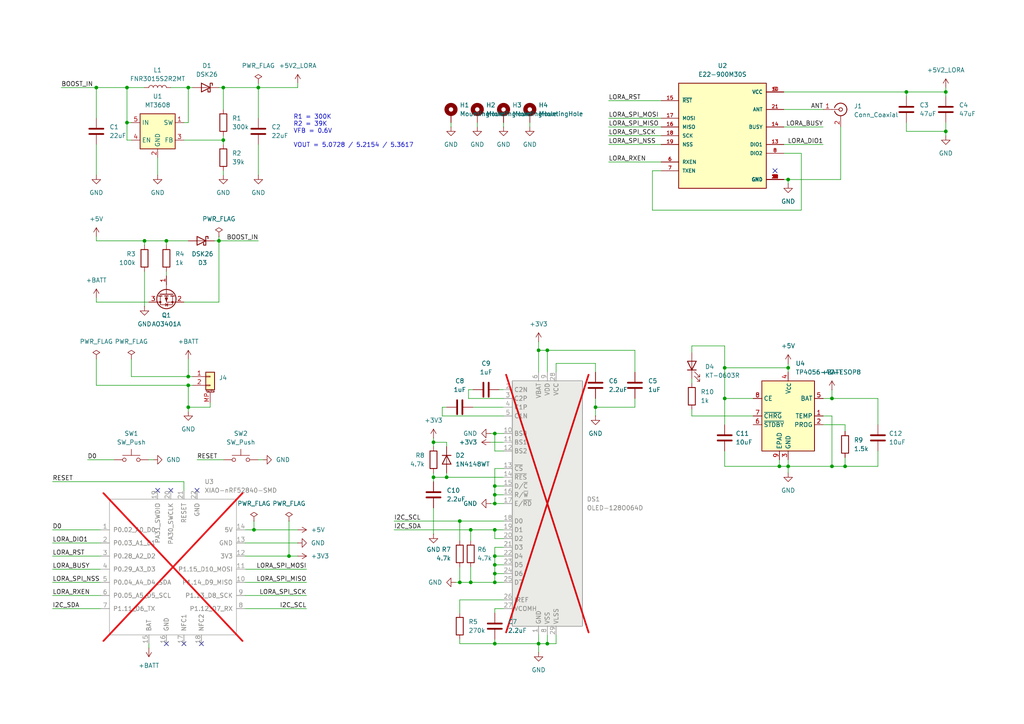
<source format=kicad_sch>
(kicad_sch (version 20250114) (generator "eeschema") (generator_version "9.0")
  (paper "A4")
  (lib_symbols
    (symbol "Battery_Management:TP4056-42-ESOP8"
      (property "Reference" "U" (at -6.604 11.684 0))
      (property "Value" "TP4056-42-ESOP8" (at 10.16 11.684 0))
      (symbol "TP4056-42-ESOP8_1_0"
        (pin input line (at -10.16 5.08 0) (length 2.54) (name "CE") (number "8"))
        (pin open_collector line (at -10.16 0 0) (length 2.54) (name "~{CHRG}") (number "7"))
        (pin open_collector line (at -10.16 -2.54 0) (length 2.54) (name "~{STDBY}") (number "6"))
        (pin passive line (at -2.54 -12.7 90) (length 2.54) (name "EPAD") (number "9"))
        (pin power_in line (at 0 12.7 270) (length 2.54) (name "V_{CC}") (number "4"))
        (pin power_in line (at 0 -12.7 90) (length 2.54) (name "GND") (number "3"))
        (pin power_out line (at 10.16 5.08 180) (length 2.54) (name "BAT") (number "5"))
        (pin input line (at 10.16 0 180) (length 2.54) (name "TEMP") (number "1"))
        (pin passive line (at 10.16 -2.54 180) (length 2.54) (name "PROG") (number "2"))
      )
    )
    (symbol "Connector:Conn_Coaxial" (pin_names (offset 1.016) (hide yes))
      (property "Reference" "J" (at 0.254 3.048 0))
      (property "Value" "Conn_Coaxial" (at 2.921 0 90))
      (symbol "Conn_Coaxial_1_1"
        (pin passive line (at -5.08 0 0) (length 2.54) (name "In") (number "1"))
        (pin passive line (at 0 -5.08 90) (length 2.54) (name "Ext") (number "2"))
      )
    )
    (symbol "Connector_Generic_MountingPin:Conn_01x02_MountingPin" (pin_names (offset 1.016) (hide yes))
      (property "Reference" "J" (at 0 2.54 0))
      (property "Value" "Conn_01x02_MountingPin" (at 1.27 -5.08 0))
      (symbol "Conn_01x02_MountingPin_1_1"
        (text "Mounting" (at 0 -4.191 0) (effects (font (size 0.381 0.381))))
        (pin passive line (at -5.08 0 0) (length 3.81) (name "Pin_1") (number "1"))
        (pin passive line (at -5.08 -2.54 0) (length 3.81) (name "Pin_2") (number "2"))
        (pin passive line (at 0 -7.62 90) (length 3.048) (name "MountPin") (number "MP"))
      )
    )
    (symbol "Device:C" (pin_numbers (hide yes)) (pin_names (offset 0.254))
      (property "Reference" "C" (at 0.635 2.54 0))
      (property "Value" "C" (at 0.635 -2.54 0))
      (symbol "C_1_1"
        (pin passive line (at 0 3.81 270) (length 2.794) (name "~") (number "1"))
        (pin passive line (at 0 -3.81 90) (length 2.794) (name "~") (number "2"))
      )
    )
    (symbol "Device:D" (pin_numbers (hide yes)) (pin_names (offset 1.016) (hide yes))
      (property "Reference" "D" (at 0 2.54 0))
      (property "Value" "D" (at 0 -2.54 0))
      (symbol "D_1_1"
        (pin passive line (at -3.81 0 0) (length 2.54) (name "K") (number "1"))
        (pin passive line (at 3.81 0 180) (length 2.54) (name "A") (number "2"))
      )
    )
    (symbol "Device:D_Schottky" (pin_numbers (hide yes)) (pin_names (offset 1.016) (hide yes))
      (property "Reference" "D" (at 0 2.54 0))
      (property "Value" "D_Schottky" (at 0 -2.54 0))
      (symbol "D_Schottky_1_1"
        (pin passive line (at -3.81 0 0) (length 2.54) (name "K") (number "1"))
        (pin passive line (at 3.81 0 180) (length 2.54) (name "A") (number "2"))
      )
    )
    (symbol "Device:L" (pin_numbers (hide yes)) (pin_names (offset 1.016) (hide yes))
      (property "Reference" "L" (at -1.27 0 90))
      (property "Value" "L" (at 1.905 0 90))
      (symbol "L_1_1"
        (pin passive line (at 0 3.81 270) (length 1.27) (name "1") (number "1"))
        (pin passive line (at 0 -3.81 90) (length 1.27) (name "2") (number "2"))
      )
    )
    (symbol "Device:LED" (pin_numbers (hide yes)) (pin_names (offset 1.016) (hide yes))
      (property "Reference" "D" (at 0 2.54 0))
      (property "Value" "LED" (at 0 -2.54 0))
      (symbol "LED_1_1"
        (pin passive line (at -3.81 0 0) (length 2.54) (name "K") (number "1"))
        (pin passive line (at 3.81 0 180) (length 2.54) (name "A") (number "2"))
      )
    )
    (symbol "Device:R" (pin_numbers (hide yes)) (pin_names (offset 0))
      (property "Reference" "R" (at 2.032 0 90))
      (property "Value" "R" (at 0 0 90))
      (symbol "R_1_1"
        (pin passive line (at 0 3.81 270) (length 1.27) (name "~") (number "1"))
        (pin passive line (at 0 -3.81 90) (length 1.27) (name "~") (number "2"))
      )
    )
    (symbol "Display_Graphic:OLED-128O064D"
      (property "Reference" "DS" (at -10.16 38.1 0))
      (property "Value" "OLED-128O064D" (at 12.7 38.1 0))
      (symbol "OLED-128O064D_1_1"
        (pin passive line (at -12.7 33.02 0) (length 2.54) (name "C2N") (number "2"))
        (pin passive line (at -12.7 30.48 0) (length 2.54) (name "C2P") (number "3"))
        (pin passive line (at -12.7 27.94 0) (length 2.54) (name "C1P") (number "4"))
        (pin passive line (at -12.7 25.4 0) (length 2.54) (name "C1N") (number "5"))
        (pin input line (at -12.7 20.32 0) (length 2.54) (name "BS0") (number "10"))
        (pin input line (at -12.7 17.78 0) (length 2.54) (name "BS1") (number "11"))
        (pin input line (at -12.7 15.24 0) (length 2.54) (name "BS2") (number "12"))
        (pin input line (at -12.7 10.16 0) (length 2.54) (name "~{CS}") (number "13"))
        (pin input line (at -12.7 7.62 0) (length 2.54) (name "~{RES}") (number "14"))
        (pin input line (at -12.7 5.08 0) (length 2.54) (name "D/~{C}") (number "15"))
        (pin input line (at -12.7 2.54 0) (length 2.54) (name "R/~{W}") (number "16"))
        (pin input line (at -12.7 0 0) (length 2.54) (name "E/~{RD}") (number "17"))
        (pin bidirectional line (at -12.7 -5.08 0) (length 2.54) (name "D0") (number "18"))
        (pin bidirectional line (at -12.7 -7.62 0) (length 2.54) (name "D1") (number "19"))
        (pin bidirectional line (at -12.7 -10.16 0) (length 2.54) (name "D2") (number "20"))
        (pin bidirectional line (at -12.7 -12.7 0) (length 2.54) (name "D3") (number "21"))
        (pin bidirectional line (at -12.7 -15.24 0) (length 2.54) (name "D4") (number "22"))
        (pin bidirectional line (at -12.7 -17.78 0) (length 2.54) (name "D5") (number "23"))
        (pin bidirectional line (at -12.7 -20.32 0) (length 2.54) (name "D6") (number "24"))
        (pin bidirectional line (at -12.7 -22.86 0) (length 2.54) (name "D7") (number "25"))
        (pin passive line (at -12.7 -27.94 0) (length 2.54) (name "IREF") (number "26"))
        (pin passive line (at -12.7 -30.48 0) (length 2.54) (name "VCOMH") (number "27"))
        (pin power_in line (at -2.54 38.1 270) (length 2.54) (name "VBAT") (number "6"))
        (pin power_in line (at -2.54 -38.1 90) (length 2.54) (name "GND") (number "1"))
        (pin passive line (at -2.54 -38.1 90) (length 2.54) (hide yes) (name "GND") (number "30"))
        (pin power_in line (at 0 38.1 270) (length 2.54) (name "VDD") (number "9"))
        (pin power_in line (at 0 -38.1 90) (length 2.54) (name "VSS") (number "8"))
        (pin power_in line (at 2.54 38.1 270) (length 2.54) (name "VCC") (number "28"))
        (pin power_in line (at 2.54 -38.1 90) (length 2.54) (name "VLSS") (number "29"))
        (pin no_connect line (at 10.16 0 180) (length 2.54) (hide yes) (name "NC") (number "7"))
      )
    )
    (symbol "E22-900M30S:E22-900M30S" (pin_names (offset 1.016))
      (property "Reference" "U" (at -12.7 16.002 0))
      (property "Value" "E22-900M30S" (at -12.7 -17.78 0))
      (symbol "E22-900M30S_0_0"
        (pin input line (at -17.78 10.16 0) (length 5.08) (name "~{RST}") (number "15"))
        (pin input line (at -17.78 5.08 0) (length 5.08) (name "MOSI") (number "17"))
        (pin output line (at -17.78 2.54 0) (length 5.08) (name "MISO") (number "16"))
        (pin input line (at -17.78 0 0) (length 5.08) (name "SCK") (number "18"))
        (pin input line (at -17.78 -2.54 0) (length 5.08) (name "NSS") (number "19"))
        (pin input line (at -17.78 -7.62 0) (length 5.08) (name "RXEN") (number "6"))
        (pin input line (at -17.78 -10.16 0) (length 5.08) (name "TXEN") (number "7"))
        (pin power_in line (at 17.78 12.7 180) (length 5.08) (name "VCC") (number "10"))
        (pin power_in line (at 17.78 12.7 180) (length 5.08) (name "VCC") (number "9"))
        (pin output line (at 17.78 7.62 180) (length 5.08) (name "ANT") (number "21"))
        (pin output line (at 17.78 2.54 180) (length 5.08) (name "BUSY") (number "14"))
        (pin bidirectional line (at 17.78 -2.54 180) (length 5.08) (name "DIO1") (number "13"))
        (pin bidirectional line (at 17.78 -5.08 180) (length 5.08) (name "DIO2") (number "8"))
        (pin power_in line (at 17.78 -12.7 180) (length 5.08) (name "GND") (number "1"))
        (pin power_in line (at 17.78 -12.7 180) (length 5.08) (name "GND") (number "11"))
        (pin power_in line (at 17.78 -12.7 180) (length 5.08) (name "GND") (number "12"))
        (pin power_in line (at 17.78 -12.7 180) (length 5.08) (name "GND") (number "2"))
        (pin power_in line (at 17.78 -12.7 180) (length 5.08) (name "GND") (number "20"))
        (pin power_in line (at 17.78 -12.7 180) (length 5.08) (name "GND") (number "22"))
        (pin power_in line (at 17.78 -12.7 180) (length 5.08) (name "GND") (number "3"))
        (pin power_in line (at 17.78 -12.7 180) (length 5.08) (name "GND") (number "4"))
        (pin power_in line (at 17.78 -12.7 180) (length 5.08) (name "GND") (number "5"))
      )
    )
    (symbol "Mechanical:MountingHole_Pad" (pin_numbers (hide yes)) (pin_names (offset 1.016) (hide yes)) (exclude_from_sim yes) (in_bom no)
      (property "Reference" "H" (at 0 6.35 0))
      (property "Value" "MountingHole_Pad" (at 0 4.445 0))
      (symbol "MountingHole_Pad_1_1"
        (pin input line (at 0 -2.54 90) (length 2.54) (name "1") (number "1"))
      )
    )
    (symbol "Regulator_Switching:MT3608"
      (property "Reference" "U" (at -2.54 8.89 0))
      (property "Value" "MT3608" (at -3.81 6.35 0))
      (symbol "MT3608_1_1"
        (pin power_in line (at -7.62 2.54 0) (length 2.54) (name "IN") (number "5"))
        (pin input line (at -7.62 -2.54 0) (length 2.54) (name "EN") (number "4"))
        (pin power_in line (at 0 -7.62 90) (length 2.54) (name "GND") (number "2"))
        (pin no_connect line (at 5.08 0 180) (length 2.54) (hide yes) (name "NC") (number "6"))
        (pin passive line (at 7.62 2.54 180) (length 2.54) (name "SW") (number "1"))
        (pin input line (at 7.62 -2.54 180) (length 2.54) (name "FB") (number "3"))
      )
    )
    (symbol "Seeed_Studio_XIAO_Series:XIAO-nRF52840-SMD" (pin_names (offset 1.016))
      (property "Reference" "U" (at -18.542 23.114 0))
      (property "Value" "XIAO-nRF52840-SMD" (at -8.636 21.336 0))
      (symbol "XIAO-nRF52840-SMD_1_1"
        (pin passive line (at -21.59 11.43 0) (length 2.54) (name "P0.02_A0_D0") (number "1"))
        (pin passive line (at -21.59 7.62 0) (length 2.54) (name "P0.03_A1_D1") (number "2"))
        (pin passive line (at -21.59 3.81 0) (length 2.54) (name "P0.28_A2_D2") (number "3"))
        (pin passive line (at -21.59 0 0) (length 2.54) (name "P0.29_A3_D3") (number "4"))
        (pin passive line (at -21.59 -3.81 0) (length 2.54) (name "P0.04_A4_D4_SDA") (number "5"))
        (pin passive line (at -21.59 -7.62 0) (length 2.54) (name "P0.05_A5_D5_SCL") (number "6"))
        (pin passive line (at -21.59 -11.43 0) (length 2.54) (name "P1.11_D6_TX") (number "7"))
        (pin passive line (at -7.62 -21.59 90) (length 2.54) (name "BAT") (number "15"))
        (pin passive line (at -5.08 22.86 270) (length 2.54) (name "PA31_SWDIO") (number "19"))
        (pin passive line (at -2.54 -21.59 90) (length 2.54) (name "GND") (number "16"))
        (pin passive line (at -1.27 22.86 270) (length 2.54) (name "PA30_SWCLK") (number "20"))
        (pin passive line (at 2.54 22.86 270) (length 2.54) (name "RESET") (number "21"))
        (pin passive line (at 2.54 -21.59 90) (length 2.54) (name "NFC1") (number "17"))
        (pin passive line (at 6.35 22.86 270) (length 2.54) (name "GND") (number "22"))
        (pin passive line (at 7.62 -21.59 90) (length 2.54) (name "NFC2") (number "18"))
        (pin passive line (at 20.32 11.43 180) (length 2.54) (name "5V") (number "14"))
        (pin passive line (at 20.32 7.62 180) (length 2.54) (name "GND") (number "13"))
        (pin passive line (at 20.32 3.81 180) (length 2.54) (name "3V3") (number "12"))
        (pin passive line (at 20.32 0 180) (length 2.54) (name "P1.15_D10_MOSI") (number "11"))
        (pin passive line (at 20.32 -3.81 180) (length 2.54) (name "P1.14_D9_MISO") (number "10"))
        (pin passive line (at 20.32 -7.62 180) (length 2.54) (name "P1.13_D8_SCK") (number "9"))
        (pin passive line (at 20.32 -11.43 180) (length 2.54) (name "P1.12_D7_RX") (number "8"))
      )
    )
    (symbol "Switch:SW_Push" (pin_numbers (hide yes)) (pin_names (offset 1.016) (hide yes))
      (property "Reference" "SW" (at 1.27 2.54 0))
      (property "Value" "SW_Push" (at 0 -1.524 0))
      (symbol "SW_Push_0_1"
        (pin passive line (at -5.08 0 0) (length 2.54) (name "1") (number "1"))
        (pin passive line (at 5.08 0 180) (length 2.54) (name "2") (number "2"))
      )
    )
    (symbol "Transistor_FET:AO3401A" (pin_names (hide yes))
      (property "Reference" "Q" (at 5.08 1.905 0))
      (property "Value" "AO3401A" (at 5.08 0 0))
      (symbol "AO3401A_1_1"
        (pin input line (at -5.08 0 0) (length 2.54) (name "G") (number "1"))
        (pin passive line (at 2.54 5.08 270) (length 2.54) (name "D") (number "3"))
        (pin passive line (at 2.54 -5.08 90) (length 2.54) (name "S") (number "2"))
      )
    )
    (symbol "power:+3V3" (power) (pin_numbers (hide yes)) (pin_names (offset 0) (hide yes))
      (property "Value" "+3V3" (at 0 3.556 0))
      (symbol "+3V3_1_1"
        (pin power_in line (at 0 0 90) (length 0) (name "~") (number "1"))
      )
    )
    (symbol "power:+5V" (power) (pin_numbers (hide yes)) (pin_names (offset 0) (hide yes))
      (property "Value" "+5V" (at 0 3.556 0))
      (symbol "+5V_1_1"
        (pin power_in line (at 0 0 90) (length 0) (name "~") (number "1"))
      )
    )
    (symbol "power:+BATT" (power) (pin_numbers (hide yes)) (pin_names (offset 0) (hide yes))
      (property "Value" "+BATT" (at 0 3.556 0))
      (symbol "+BATT_1_1"
        (pin power_in line (at 0 0 90) (length 0) (name "~") (number "1"))
      )
    )
    (symbol "power:GND" (power) (pin_numbers (hide yes)) (pin_names (offset 0) (hide yes))
      (property "Value" "GND" (at 0 -3.81 0))
      (symbol "GND_1_1"
        (pin power_in line (at 0 0 270) (length 0) (name "~") (number "1"))
      )
    )
    (symbol "power:PWR_FLAG" (power) (pin_numbers (hide yes)) (pin_names (offset 0) (hide yes))
      (property "Value" "PWR_FLAG" (at 0 3.81 0))
      (symbol "PWR_FLAG_0_0"
        (pin power_out line (at 0 0 90) (length 0) (name "~") (number "1"))
      )
    )
  )
  (text "R1 = 300K\nR2 = 39K\nVFB = 0.6V\n\nVOUT = 5.0728 / 5.2154 / 5.3617" (at 85.09 38.1 0) (effects (font (size 1.27 1.27)) (justify left)))
  (junction (at 83.82 161.29))
  (junction (at 226.06 135.255))
  (junction (at 133.35 151.13))
  (junction (at 228.6 106.68))
  (junction (at 125.73 138.43))
  (junction (at 158.75 186.69))
  (junction (at 172.72 118.11))
  (junction (at 54.61 109.22))
  (junction (at 36.83 35.56))
  (junction (at 245.11 135.255))
  (junction (at 143.51 153.67))
  (junction (at 54.61 118.11))
  (junction (at 158.75 101.6))
  (junction (at 143.51 186.69))
  (junction (at 54.61 111.76))
  (junction (at 274.32 26.67))
  (junction (at 143.51 140.97))
  (junction (at 156.21 186.69))
  (junction (at 136.525 168.91))
  (junction (at 36.83 25.4))
  (junction (at 156.21 101.6))
  (junction (at 143.51 146.05))
  (junction (at 228.6 52.07))
  (junction (at 48.26 69.85))
  (junction (at 64.77 25.4))
  (junction (at 241.3 115.57))
  (junction (at 241.3 135.255))
  (junction (at 133.35 168.91))
  (junction (at 210.185 106.68))
  (junction (at 262.89 26.67))
  (junction (at 73.66 153.67))
  (junction (at 54.61 25.4))
  (junction (at 143.51 166.37))
  (junction (at 210.185 115.57))
  (junction (at 143.51 161.29))
  (junction (at 143.51 143.51))
  (junction (at 41.91 69.85))
  (junction (at 228.6 135.255))
  (junction (at 143.51 168.91))
  (junction (at 125.73 128.27))
  (junction (at 74.93 25.4))
  (junction (at 64.77 40.64))
  (junction (at 129.54 138.43))
  (junction (at 143.51 125.73))
  (junction (at 27.94 25.4))
  (junction (at 143.51 163.83))
  (junction (at 63.5 69.85))
  (junction (at 136.525 153.67))
  (junction (at 274.32 38.1))
  (no_connect (at 45.72 142.24))
  (no_connect (at 57.15 142.24))
  (no_connect (at 224.79 49.53))
  (no_connect (at 53.34 186.69))
  (no_connect (at 49.53 142.24))
  (no_connect (at 58.42 186.69))
  (no_connect (at 48.26 186.69))
  (wire (pts (xy 125.73 147.32) (xy 125.73 154.94)))
  (wire (pts (xy 189.23 60.96) (xy 189.23 49.53)))
  (wire (pts (xy 36.83 35.56) (xy 36.83 40.64)))
  (wire (pts (xy 15.24 157.48) (xy 29.21 157.48)))
  (wire (pts (xy 143.51 153.67) (xy 146.05 153.67)))
  (wire (pts (xy 254.635 135.255) (xy 245.11 135.255)))
  (wire (pts (xy 210.185 130.81) (xy 210.185 135.255)))
  (wire (pts (xy 71.12 168.91) (xy 88.9 168.91)))
  (wire (pts (xy 133.35 186.69) (xy 143.51 186.69)))
  (wire (pts (xy 146.05 115.57) (xy 135.89 115.57)))
  (wire (pts (xy 210.185 135.255) (xy 226.06 135.255)))
  (wire (pts (xy 158.75 101.6) (xy 158.75 107.95)))
  (wire (pts (xy 232.41 60.96) (xy 189.23 60.96)))
  (wire (pts (xy 143.51 166.37) (xy 143.51 168.91)))
  (wire (pts (xy 172.72 115.57) (xy 172.72 118.11)))
  (wire (pts (xy 64.77 25.4) (xy 64.77 31.75)))
  (wire (pts (xy 55.88 111.76) (xy 54.61 111.76)))
  (wire (pts (xy 136.525 168.91) (xy 143.51 168.91)))
  (wire (pts (xy 129.54 138.43) (xy 146.05 138.43)))
  (wire (pts (xy 129.54 118.11) (xy 128.27 118.11)))
  (wire (pts (xy 83.82 151.13) (xy 83.82 161.29)))
  (wire (pts (xy 63.5 87.63) (xy 63.5 69.85)))
  (wire (pts (xy 25.4 133.35) (xy 33.02 133.35)))
  (wire (pts (xy 176.53 41.91) (xy 191.77 41.91)))
  (wire (pts (xy 189.23 49.53) (xy 191.77 49.53)))
  (wire (pts (xy 27.94 25.4) (xy 27.94 34.29)))
  (wire (pts (xy 74.93 25.4) (xy 86.36 25.4)))
  (wire (pts (xy 71.12 161.29) (xy 83.82 161.29)))
  (wire (pts (xy 176.53 29.21) (xy 191.77 29.21)))
  (wire (pts (xy 243.84 52.07) (xy 228.6 52.07)))
  (wire (pts (xy 228.6 135.255) (xy 228.6 137.16)))
  (wire (pts (xy 210.185 115.57) (xy 218.44 115.57)))
  (wire (pts (xy 161.29 105.41) (xy 161.29 107.95)))
  (wire (pts (xy 41.91 69.85) (xy 27.94 69.85)))
  (wire (pts (xy 262.89 38.1) (xy 274.32 38.1)))
  (wire (pts (xy 49.53 25.4) (xy 54.61 25.4)))
  (wire (pts (xy 63.5 25.4) (xy 64.77 25.4)))
  (wire (pts (xy 15.24 139.7) (xy 53.34 139.7)))
  (wire (pts (xy 125.73 128.27) (xy 129.54 128.27)))
  (wire (pts (xy 143.51 176.53) (xy 143.51 177.8)))
  (wire (pts (xy 146.05 168.91) (xy 143.51 168.91)))
  (wire (pts (xy 227.33 26.67) (xy 262.89 26.67)))
  (wire (pts (xy 142.24 146.05) (xy 143.51 146.05)))
  (wire (pts (xy 27.94 25.4) (xy 36.83 25.4)))
  (wire (pts (xy 54.61 111.76) (xy 54.61 118.11)))
  (wire (pts (xy 142.24 125.73) (xy 143.51 125.73)))
  (wire (pts (xy 74.93 24.13) (xy 74.93 25.4)))
  (wire (pts (xy 146.05 173.99) (xy 133.35 173.99)))
  (wire (pts (xy 54.61 25.4) (xy 54.61 35.56)))
  (wire (pts (xy 241.3 135.255) (xy 228.6 135.255)))
  (wire (pts (xy 172.72 105.41) (xy 172.72 107.95)))
  (wire (pts (xy 156.21 186.69) (xy 156.21 189.23)))
  (wire (pts (xy 274.32 27.94) (xy 274.32 26.67)))
  (wire (pts (xy 86.36 24.13) (xy 86.36 25.4)))
  (wire (pts (xy 71.12 157.48) (xy 86.36 157.48)))
  (wire (pts (xy 114.3 153.67) (xy 136.525 153.67)))
  (wire (pts (xy 54.61 109.22) (xy 55.88 109.22)))
  (wire (pts (xy 228.6 52.07) (xy 228.6 53.34)))
  (wire (pts (xy 41.91 78.74) (xy 41.91 88.9)))
  (wire (pts (xy 228.6 105.41) (xy 228.6 106.68)))
  (wire (pts (xy 64.77 49.53) (xy 64.77 50.8)))
  (wire (pts (xy 143.51 153.67) (xy 143.51 156.21)))
  (wire (pts (xy 146.05 143.51) (xy 143.51 143.51)))
  (wire (pts (xy 74.93 41.91) (xy 74.93 50.8)))
  (wire (pts (xy 241.3 120.65) (xy 241.3 135.255)))
  (wire (pts (xy 227.33 44.45) (xy 232.41 44.45)))
  (wire (pts (xy 64.77 40.64) (xy 64.77 41.91)))
  (wire (pts (xy 184.15 115.57) (xy 184.15 118.11)))
  (wire (pts (xy 143.51 185.42) (xy 143.51 186.69)))
  (wire (pts (xy 143.51 146.05) (xy 143.51 143.51)))
  (wire (pts (xy 228.6 106.68) (xy 228.6 107.95)))
  (wire (pts (xy 172.72 118.11) (xy 172.72 120.65)))
  (wire (pts (xy 245.11 135.255) (xy 241.3 135.255)))
  (wire (pts (xy 156.21 184.15) (xy 156.21 186.69)))
  (wire (pts (xy 53.34 87.63) (xy 63.5 87.63)))
  (wire (pts (xy 71.12 165.1) (xy 88.9 165.1)))
  (wire (pts (xy 71.12 172.72) (xy 88.9 172.72)))
  (wire (pts (xy 38.1 104.14) (xy 38.1 109.22)))
  (wire (pts (xy 125.73 138.43) (xy 129.54 138.43)))
  (wire (pts (xy 176.53 46.99) (xy 191.77 46.99)))
  (wire (pts (xy 156.21 101.6) (xy 158.75 101.6)))
  (wire (pts (xy 143.51 125.73) (xy 146.05 125.73)))
  (wire (pts (xy 153.67 36.83) (xy 153.67 35.56)))
  (wire (pts (xy 54.61 118.11) (xy 60.96 118.11)))
  (wire (pts (xy 227.33 31.75) (xy 238.76 31.75)))
  (wire (pts (xy 144.78 113.03) (xy 146.05 113.03)))
  (wire (pts (xy 245.11 123.19) (xy 238.76 123.19)))
  (wire (pts (xy 226.06 135.255) (xy 228.6 135.255)))
  (wire (pts (xy 158.75 186.69) (xy 156.21 186.69)))
  (wire (pts (xy 36.83 35.56) (xy 38.1 35.56)))
  (wire (pts (xy 143.51 125.73) (xy 143.51 130.81)))
  (wire (pts (xy 241.3 113.03) (xy 241.3 115.57)))
  (wire (pts (xy 146.05 135.89) (xy 143.51 135.89)))
  (wire (pts (xy 238.76 115.57) (xy 241.3 115.57)))
  (wire (pts (xy 274.32 38.1) (xy 274.32 39.37)))
  (wire (pts (xy 176.53 39.37) (xy 191.77 39.37)))
  (wire (pts (xy 161.29 186.69) (xy 158.75 186.69)))
  (wire (pts (xy 143.51 163.83) (xy 143.51 161.29)))
  (wire (pts (xy 156.21 101.6) (xy 156.21 107.95)))
  (wire (pts (xy 200.66 100.33) (xy 210.185 100.33)))
  (wire (pts (xy 36.83 40.64) (xy 38.1 40.64)))
  (wire (pts (xy 143.51 156.21) (xy 146.05 156.21)))
  (wire (pts (xy 243.84 36.83) (xy 243.84 52.07)))
  (wire (pts (xy 274.32 25.4) (xy 274.32 26.67)))
  (wire (pts (xy 146.05 163.83) (xy 143.51 163.83)))
  (wire (pts (xy 15.24 168.91) (xy 29.21 168.91)))
  (wire (pts (xy 128.27 120.65) (xy 146.05 120.65)))
  (wire (pts (xy 146.05 166.37) (xy 143.51 166.37)))
  (wire (pts (xy 125.73 138.43) (xy 125.73 139.7)))
  (wire (pts (xy 161.29 184.15) (xy 161.29 186.69)))
  (wire (pts (xy 64.77 25.4) (xy 74.93 25.4)))
  (wire (pts (xy 63.5 69.85) (xy 74.93 69.85)))
  (wire (pts (xy 158.75 184.15) (xy 158.75 186.69)))
  (wire (pts (xy 135.89 113.03) (xy 137.16 113.03)))
  (wire (pts (xy 200.66 118.745) (xy 200.66 120.65)))
  (wire (pts (xy 138.43 36.83) (xy 138.43 35.56)))
  (wire (pts (xy 137.16 118.11) (xy 146.05 118.11)))
  (wire (pts (xy 200.66 100.33) (xy 200.66 102.235)))
  (wire (pts (xy 125.73 128.27) (xy 125.73 129.54)))
  (wire (pts (xy 128.27 118.11) (xy 128.27 120.65)))
  (wire (pts (xy 176.53 36.83) (xy 191.77 36.83)))
  (wire (pts (xy 48.26 69.85) (xy 48.26 71.12)))
  (wire (pts (xy 132.08 168.91) (xy 133.35 168.91)))
  (wire (pts (xy 143.51 161.29) (xy 146.05 161.29)))
  (wire (pts (xy 53.34 142.24) (xy 53.34 139.7)))
  (wire (pts (xy 133.35 151.13) (xy 133.35 156.845)))
  (wire (pts (xy 146.05 176.53) (xy 143.51 176.53)))
  (wire (pts (xy 71.12 176.53) (xy 88.9 176.53)))
  (wire (pts (xy 55.88 25.4) (xy 54.61 25.4)))
  (wire (pts (xy 146.05 158.75) (xy 143.51 158.75)))
  (wire (pts (xy 227.33 52.07) (xy 228.6 52.07)))
  (wire (pts (xy 73.66 153.67) (xy 86.36 153.67)))
  (wire (pts (xy 136.525 164.465) (xy 136.525 168.91)))
  (wire (pts (xy 184.15 118.11) (xy 172.72 118.11)))
  (wire (pts (xy 262.89 26.67) (xy 274.32 26.67)))
  (wire (pts (xy 45.72 45.72) (xy 45.72 50.8)))
  (wire (pts (xy 227.33 36.83) (xy 238.76 36.83)))
  (wire (pts (xy 146.05 146.05) (xy 143.51 146.05)))
  (wire (pts (xy 74.93 133.35) (xy 76.2 133.35)))
  (wire (pts (xy 161.29 105.41) (xy 172.72 105.41)))
  (wire (pts (xy 36.83 25.4) (xy 41.91 25.4)))
  (wire (pts (xy 15.24 176.53) (xy 29.21 176.53)))
  (wire (pts (xy 73.66 151.13) (xy 73.66 153.67)))
  (wire (pts (xy 254.635 115.57) (xy 241.3 115.57)))
  (wire (pts (xy 156.21 101.6) (xy 156.21 99.06)))
  (wire (pts (xy 57.15 133.35) (xy 64.77 133.35)))
  (wire (pts (xy 43.18 133.35) (xy 44.45 133.35)))
  (wire (pts (xy 133.35 164.465) (xy 133.35 168.91)))
  (wire (pts (xy 125.73 127) (xy 125.73 128.27)))
  (wire (pts (xy 27.94 86.36) (xy 27.94 87.63)))
  (wire (pts (xy 133.35 168.91) (xy 136.525 168.91)))
  (wire (pts (xy 27.94 68.58) (xy 27.94 69.85)))
  (wire (pts (xy 15.24 161.29) (xy 29.21 161.29)))
  (wire (pts (xy 210.185 115.57) (xy 210.185 123.19)))
  (wire (pts (xy 136.525 153.67) (xy 143.51 153.67)))
  (wire (pts (xy 254.635 123.19) (xy 254.635 115.57)))
  (wire (pts (xy 143.51 130.81) (xy 146.05 130.81)))
  (wire (pts (xy 135.89 115.57) (xy 135.89 113.03)))
  (wire (pts (xy 232.41 44.45) (xy 232.41 60.96)))
  (wire (pts (xy 54.61 104.14) (xy 54.61 109.22)))
  (wire (pts (xy 218.44 120.65) (xy 200.66 120.65)))
  (wire (pts (xy 15.24 172.72) (xy 29.21 172.72)))
  (wire (pts (xy 262.89 26.67) (xy 262.89 27.94)))
  (wire (pts (xy 64.77 39.37) (xy 64.77 40.64)))
  (wire (pts (xy 27.94 111.76) (xy 54.61 111.76)))
  (wire (pts (xy 143.51 140.97) (xy 143.51 135.89)))
  (wire (pts (xy 158.75 101.6) (xy 184.15 101.6)))
  (wire (pts (xy 143.51 161.29) (xy 143.51 158.75)))
  (wire (pts (xy 36.83 25.4) (xy 36.83 35.56)))
  (wire (pts (xy 210.185 100.33) (xy 210.185 106.68)))
  (wire (pts (xy 142.24 128.27) (xy 146.05 128.27)))
  (wire (pts (xy 210.185 115.57) (xy 210.185 106.68)))
  (wire (pts (xy 74.93 25.4) (xy 74.93 34.29)))
  (wire (pts (xy 254.635 130.81) (xy 254.635 135.255)))
  (wire (pts (xy 143.51 143.51) (xy 143.51 140.97)))
  (wire (pts (xy 200.66 109.855) (xy 200.66 111.125)))
  (wire (pts (xy 129.54 137.16) (xy 129.54 138.43)))
  (wire (pts (xy 245.11 125.095) (xy 245.11 123.19)))
  (wire (pts (xy 176.53 34.29) (xy 191.77 34.29)))
  (wire (pts (xy 226.06 133.35) (xy 226.06 135.255)))
  (wire (pts (xy 125.73 137.16) (xy 125.73 138.43)))
  (wire (pts (xy 38.1 109.22) (xy 54.61 109.22)))
  (wire (pts (xy 63.5 68.58) (xy 63.5 69.85)))
  (wire (pts (xy 238.76 120.65) (xy 241.3 120.65)))
  (wire (pts (xy 143.51 166.37) (xy 143.51 163.83)))
  (wire (pts (xy 274.32 35.56) (xy 274.32 38.1)))
  (wire (pts (xy 71.12 153.67) (xy 73.66 153.67)))
  (wire (pts (xy 114.3 151.13) (xy 133.35 151.13)))
  (wire (pts (xy 133.35 185.42) (xy 133.35 186.69)))
  (wire (pts (xy 245.11 132.715) (xy 245.11 135.255)))
  (wire (pts (xy 136.525 153.67) (xy 136.525 156.845)))
  (wire (pts (xy 27.94 41.91) (xy 27.94 50.8)))
  (wire (pts (xy 54.61 118.11) (xy 54.61 119.38)))
  (wire (pts (xy 43.18 186.69) (xy 43.18 187.96)))
  (wire (pts (xy 133.35 151.13) (xy 146.05 151.13)))
  (wire (pts (xy 133.35 173.99) (xy 133.35 177.8)))
  (wire (pts (xy 146.05 36.83) (xy 146.05 35.56)))
  (wire (pts (xy 17.78 25.4) (xy 27.94 25.4)))
  (wire (pts (xy 41.91 69.85) (xy 48.26 69.85)))
  (wire (pts (xy 228.6 135.255) (xy 228.6 133.35)))
  (wire (pts (xy 227.33 41.91) (xy 238.76 41.91)))
  (wire (pts (xy 130.81 36.83) (xy 130.81 35.56)))
  (wire (pts (xy 210.185 106.68) (xy 228.6 106.68)))
  (wire (pts (xy 54.61 35.56) (xy 53.34 35.56)))
  (wire (pts (xy 53.34 40.64) (xy 64.77 40.64)))
  (wire (pts (xy 184.15 101.6) (xy 184.15 107.95)))
  (wire (pts (xy 129.54 129.54) (xy 129.54 128.27)))
  (wire (pts (xy 15.24 153.67) (xy 29.21 153.67)))
  (wire (pts (xy 143.51 186.69) (xy 156.21 186.69)))
  (wire (pts (xy 27.94 87.63) (xy 43.18 87.63)))
  (wire (pts (xy 86.36 161.29) (xy 83.82 161.29)))
  (wire (pts (xy 143.51 140.97) (xy 146.05 140.97)))
  (wire (pts (xy 41.91 69.85) (xy 41.91 71.12)))
  (wire (pts (xy 262.89 35.56) (xy 262.89 38.1)))
  (wire (pts (xy 62.23 69.85) (xy 63.5 69.85)))
  (wire (pts (xy 54.61 69.85) (xy 48.26 69.85)))
  (wire (pts (xy 48.26 78.74) (xy 48.26 80.01)))
  (wire (pts (xy 27.94 104.14) (xy 27.94 111.76)))
  (wire (pts (xy 15.24 165.1) (xy 29.21 165.1)))
  (wire (pts (xy 60.96 116.84) (xy 60.96 118.11)))
  (label "LORA_DIO1" (at 15.24 157.48 0))
  (label "LORA_RXEN" (at 176.53 46.99 0))
  (label "I2C_SDA" (at 114.3 153.67 0))
  (label "D0" (at 25.4 133.35 0))
  (label "LORA_SPI_SCK" (at 176.53 39.37 0))
  (label "BOOST_IN" (at 74.93 69.85 180))
  (label "BOOST_IN" (at 17.78 25.4 0))
  (label "I2C_SCL" (at 88.9 176.53 180))
  (label "RESET" (at 57.15 133.35 0))
  (label "RESET" (at 15.24 139.7 0))
  (label "LORA_SPI_MISO" (at 88.9 168.91 180))
  (label "LORA_SPI_NSS" (at 15.24 168.91 0))
  (label "I2C_SCL" (at 114.3 151.13 0))
  (label "LORA_RST" (at 15.24 161.29 0))
  (label "LORA_SPI_MOSI" (at 176.53 34.29 0))
  (label "I2C_SDA" (at 15.24 176.53 0))
  (label "LORA_RST" (at 176.53 29.21 0))
  (label "LORA_RXEN" (at 15.24 172.72 0))
  (label "LORA_SPI_MISO" (at 176.53 36.83 0))
  (label "LORA_SPI_NSS" (at 176.53 41.91 0))
  (label "LORA_BUSY" (at 238.76 36.83 180))
  (label "ANT" (at 238.76 31.75 180))
  (label "D0" (at 15.24 153.67 0))
  (label "LORA_DIO1" (at 238.76 41.91 180))
  (label "LORA_BUSY" (at 15.24 165.1 0))
  (label "LORA_SPI_SCK" (at 88.9 172.72 180))
  (label "LORA_SPI_MOSI" (at 88.9 165.1 180))
  (symbol (lib_id "power:PWR_FLAG") (at 73.66 151.13 0) (unit 1)
    (property "Reference" "#FLG05" (effects (hide yes)))
    (property "Value" "PWR_FLAG" (at 73.66 146.05 0))
    (property "Description" "Special symbol for telling ERC where power comes from" (effects (hide yes)))
  )
  (symbol (lib_id "Device:D_Schottky") (at 58.42 69.85 0) (mirror y) (unit 1)
    (property "Reference" "D3" (at 58.7375 76.2 0))
    (property "Value" "DSK26" (at 58.7375 73.66 0))
    (property "Footprint" "Diode_SMD:D_SOD-123F" (effects (hide yes)))
    (property "Description" "Schottky diode" (effects (hide yes)))
    (property "LCSC" "C8678" (effects (hide yes)))
  )
  (symbol (lib_id "power:GND") (at 142.24 125.73 270) (unit 1)
    (property "Reference" "#PWR030" (effects (hide yes)))
    (property "Value" "GND" (at 138.43 125.7299 90) (effects (justify right)))
    (property "Description" "Power symbol creates a global label with name \"GND\" , ground" (effects (hide yes)))
  )
  (symbol (lib_id "Mechanical:MountingHole_Pad") (at 130.81 33.02 0) (unit 1) (exclude_from_sim yes) (in_bom no)
    (property "Reference" "H1" (at 133.35 30.4799 0) (effects (justify left)))
    (property "Value" "MountingHole" (at 133.35 33.0199 0) (effects (justify left)))
    (property "Footprint" "MountingHole:MountingHole_2.2mm_M2_Pad_Via" (effects (hide yes)))
    (property "Description" "Mounting Hole with connection" (effects (hide yes)))
  )
  (symbol (lib_id "Transistor_FET:AO3401A") (at 48.26 85.09 90) (mirror x) (unit 1)
    (property "Reference" "Q1" (at 48.26 91.44 90))
    (property "Value" "AO3401A" (at 48.26 93.98 90))
    (property "Footprint" "Package_TO_SOT_SMD:SOT-23" (effects (hide yes)))
    (property "Datasheet" "http://www.aosmd.com/pdfs/datasheet/AO3401A.pdf" (effects (hide yes)))
    (property "Description" "-4.0A Id, -30V Vds, P-Channel MOSFET, SOT-23" (effects (hide yes)))
  )
  (symbol (lib_id "Device:R") (at 133.35 181.61 0) (unit 1)
    (property "Reference" "R5" (at 135.89 180.3399 0) (effects (justify left)))
    (property "Value" "270k" (at 135.89 182.8799 0) (effects (justify left)))
    (property "Footprint" "Resistor_SMD:R_0603_1608Metric" (effects (hide yes)))
    (property "Description" "Resistor" (effects (hide yes)))
    (property "LCSC" "C23024" (effects (hide yes)))
  )
  (symbol (lib_id "E22-900M30S:E22-900M30S") (at 209.55 39.37 0) (unit 1)
    (property "Reference" "U2" (at 209.55 19.05 0))
    (property "Value" "E22-900M30S" (at 209.55 21.59 0))
    (property "Footprint" "E22-900M30S:XCVR_E22-900M30S" (effects (hide yes)))
    (property "Datasheet" "https://www.nicerf.com/lora-module/sx1262-lora-module-lora1262f30.html" (effects (hide yes)))
    (property "Description" "SX1262 2W TCXO LoRa Module With ESD Protection" (effects (hide yes)))
    (property "MF" "EBYTE" (effects (hide yes)))
    (property "MAXIMUM_PACKAGE_HEIGHT" "3.97 mm" (effects (hide yes)))
    (property "Package" "Package" (effects (hide yes)))
    (property "Price" "None" (effects (hide yes)))
    (property "Check_prices" "https://www.snapeda.com/parts/E22-900M30S/EBYTE/view-part/?ref=eda" (effects (hide yes)))
    (property "STANDARD" "Manufacturer Recommendations" (effects (hide yes)))
    (property "PARTREV" "1.2" (effects (hide yes)))
    (property "SnapEDA_Link" "https://www.snapeda.com/parts/E22-900M30S/EBYTE/view-part/?ref=snap" (effects (hide yes)))
    (property "MP" "E22-900M30S" (effects (hide yes)))
    (property "Description_1" "SX1262 868/915 MHz 1w SPI LoRa Module" (effects (hide yes)))
    (property "Availability" "Not in stock" (effects (hide yes)))
    (property "MANUFACTURER" "EBYTE" (effects (hide yes)))
    (property "LCSC" "C411294" (effects (hide yes)))
  )
  (symbol (lib_id "power:+5V") (at 27.94 68.58 0) (unit 1)
    (property "Reference" "#PWR025" (effects (hide yes)))
    (property "Value" "+5V" (at 27.94 63.5 0))
    (property "Description" "Power symbol creates a global label with name \"+5V\"" (effects (hide yes)))
  )
  (symbol (lib_id "power:GND") (at 228.6 137.16 0) (unit 1)
    (property "Reference" "#PWR039" (effects (hide yes)))
    (property "Value" "GND" (at 228.6 142.24 0))
    (property "Description" "Power symbol creates a global label with name \"GND\" , ground" (effects (hide yes)))
  )
  (symbol (lib_id "power:GND") (at 274.32 39.37 0) (unit 1)
    (property "Reference" "#PWR08" (effects (hide yes)))
    (property "Value" "GND" (at 274.32 44.45 0))
    (property "Description" "Power symbol creates a global label with name \"GND\" , ground" (effects (hide yes)))
  )
  (symbol (lib_id "Device:C") (at 254.635 127 0) (unit 1)
    (property "Reference" "C12" (at 257.81 125.7299 0) (effects (justify left)))
    (property "Value" "10uF" (at 257.81 128.2699 0) (effects (justify left)))
    (property "Footprint" "Capacitor_SMD:C_0603_1608Metric" (effects (hide yes)))
    (property "Description" "Unpolarized capacitor" (effects (hide yes)))
    (property "LCSC" "C59461" (effects (hide yes)))
  )
  (symbol (lib_id "power:+BATT") (at 27.94 86.36 0) (mirror y) (unit 1)
    (property "Reference" "#PWR022" (effects (hide yes)))
    (property "Value" "+BATT" (at 27.94 81.28 0))
    (property "Description" "Power symbol creates a global label with name \"+BATT\"" (effects (hide yes)))
  )
  (symbol (lib_id "power:GND") (at 41.91 88.9 0) (unit 1)
    (property "Reference" "#PWR05" (effects (hide yes)))
    (property "Value" "GND" (at 41.91 93.98 0))
    (property "Description" "Power symbol creates a global label with name \"GND\" , ground" (effects (hide yes)))
  )
  (symbol (lib_id "power:+BATT") (at 43.18 187.96 0) (mirror x) (unit 1)
    (property "Reference" "#PWR016" (effects (hide yes)))
    (property "Value" "+BATT" (at 43.18 193.04 0))
    (property "Description" "Power symbol creates a global label with name \"+BATT\"" (effects (hide yes)))
  )
  (symbol (lib_id "Device:R") (at 64.77 45.72 0) (unit 1)
    (property "Reference" "R2" (at 67.31 44.4499 0) (effects (justify left)))
    (property "Value" "39k" (at 67.31 46.9899 0) (effects (justify left)))
    (property "Footprint" "Resistor_SMD:R_0603_1608Metric" (effects (hide yes)))
    (property "Description" "Resistor" (effects (hide yes)))
    (property "LCSC" "C23153" (effects (hide yes)))
  )
  (symbol (lib_id "power:GND") (at 153.67 36.83 0) (unit 1)
    (property "Reference" "#PWR027" (effects (hide yes)))
    (property "Value" "GND" (at 153.67 41.91 0))
    (property "Description" "Power symbol creates a global label with name \"GND\" , ground" (effects (hide yes)))
  )
  (symbol (lib_id "power:PWR_FLAG") (at 74.93 24.13 0) (unit 1)
    (property "Reference" "#FLG01" (effects (hide yes)))
    (property "Value" "PWR_FLAG" (at 74.93 19.05 0))
    (property "Description" "Special symbol for telling ERC where power comes from" (effects (hide yes)))
  )
  (symbol (lib_id "Mechanical:MountingHole_Pad") (at 153.67 33.02 0) (unit 1) (exclude_from_sim yes) (in_bom no)
    (property "Reference" "H4" (at 156.21 30.4799 0) (effects (justify left)))
    (property "Value" "MountingHole" (at 156.21 33.0199 0) (effects (justify left)))
    (property "Footprint" "MountingHole:MountingHole_2.2mm_M2_Pad_Via" (effects (hide yes)))
    (property "Description" "Mounting Hole with connection" (effects (hide yes)))
  )
  (symbol (lib_id "Device:C") (at 140.97 113.03 90) (unit 1)
    (property "Reference" "C9" (at 140.97 105.41 90))
    (property "Value" "1uF" (at 140.97 107.95 90))
    (property "Footprint" "Capacitor_SMD:C_0603_1608Metric" (effects (hide yes)))
    (property "Description" "Unpolarized capacitor" (effects (hide yes)))
    (property "LCSC" "C59461" (effects (hide yes)))
  )
  (symbol (lib_id "power:GND") (at 156.21 189.23 0) (unit 1)
    (property "Reference" "#PWR031" (effects (hide yes)))
    (property "Value" "GND" (at 156.21 194.31 0))
    (property "Description" "Power symbol creates a global label with name \"GND\" , ground" (effects (hide yes)))
  )
  (symbol (lib_id "Device:R") (at 200.66 114.935 0) (mirror y) (unit 1)
    (property "Reference" "R10" (at 203.2 113.6649 0) (effects (justify right)))
    (property "Value" "1k" (at 203.2 116.2049 0) (effects (justify right)))
    (property "Footprint" "Resistor_SMD:R_0603_1608Metric" (effects (hide yes)))
    (property "Description" "Resistor" (effects (hide yes)))
    (property "LCSC" "C23024" (effects (hide yes)))
  )
  (symbol (lib_id "Device:R") (at 41.91 74.93 0) (mirror y) (unit 1)
    (property "Reference" "R3" (at 39.37 73.6599 0) (effects (justify left)))
    (property "Value" "100k" (at 39.37 76.1999 0) (effects (justify left)))
    (property "Footprint" "Resistor_SMD:R_0603_1608Metric" (effects (hide yes)))
    (property "Description" "Resistor" (effects (hide yes)))
    (property "LCSC" "C23024" (effects (hide yes)))
  )
  (symbol (lib_id "Device:C") (at 262.89 31.75 0) (unit 1)
    (property "Reference" "C3" (at 266.7 30.4799 0) (effects (justify left)))
    (property "Value" "47uF" (at 266.7 33.0199 0) (effects (justify left)))
    (property "Footprint" "Capacitor_SMD:C_0805_2012Metric" (effects (hide yes)))
    (property "Description" "Unpolarized capacitor" (effects (hide yes)))
    (property "LCSC" "C16780" (effects (hide yes)))
  )
  (symbol (lib_id "Device:C") (at 74.93 38.1 0) (unit 1)
    (property "Reference" "C2" (at 78.74 36.8299 0) (effects (justify left)))
    (property "Value" "22uF" (at 78.74 39.3699 0) (effects (justify left)))
    (property "Footprint" "Capacitor_SMD:C_0603_1608Metric" (effects (hide yes)))
    (property "Description" "Unpolarized capacitor" (effects (hide yes)))
    (property "LCSC" "C59461" (effects (hide yes)))
  )
  (symbol (lib_id "power:GND") (at 172.72 120.65 0) (unit 1)
    (property "Reference" "#PWR033" (effects (hide yes)))
    (property "Value" "GND" (at 172.72 125.73 0))
    (property "Description" "Power symbol creates a global label with name \"GND\" , ground" (effects (hide yes)))
  )
  (symbol (lib_id "Device:C") (at 143.51 181.61 0) (unit 1)
    (property "Reference" "C7" (at 147.32 180.3399 0) (effects (justify left)))
    (property "Value" "2.2uF" (at 147.32 182.8799 0) (effects (justify left)))
    (property "Footprint" "Capacitor_SMD:C_0603_1608Metric" (effects (hide yes)))
    (property "Description" "Unpolarized capacitor" (effects (hide yes)))
    (property "LCSC" "C59461" (effects (hide yes)))
  )
  (symbol (lib_id "Connector_Generic_MountingPin:Conn_01x02_MountingPin") (at 60.96 109.22 0) (unit 1)
    (property "Reference" "J4" (at 63.5 109.5755 0) (effects (justify left)))
    (property "Value" "1.25-2PWB" (effects (hide yes)))
    (property "Footprint" "Connector_Molex:Molex_PicoBlade_53261-0271_1x02-1MP_P1.25mm_Horizontal" (effects (hide yes)))
    (property "Description" "Generic connectable mounting pin connector, single row, 01x02, script generated (kicad-library-utils/schlib/autogen/connector/)" (effects (hide yes)))
    (property "LCSC" "C2905009" (effects (hide yes)))
  )
  (symbol (lib_id "Device:C") (at 210.185 127 0) (unit 1)
    (property "Reference" "C11" (at 213.36 125.7299 0) (effects (justify left)))
    (property "Value" "10uF" (at 213.36 128.2699 0) (effects (justify left)))
    (property "Footprint" "Capacitor_SMD:C_0603_1608Metric" (effects (hide yes)))
    (property "Description" "Unpolarized capacitor" (effects (hide yes)))
    (property "LCSC" "C59461" (effects (hide yes)))
  )
  (symbol (lib_id "power:GND") (at 76.2 133.35 90) (unit 1)
    (property "Reference" "#PWR029" (effects (hide yes)))
    (property "Value" "GND" (at 80.01 133.3499 90) (effects (justify right)))
    (property "Description" "Power symbol creates a global label with name \"GND\" , ground" (effects (hide yes)))
  )
  (symbol (lib_id "Device:C") (at 172.72 111.76 0) (unit 1)
    (property "Reference" "C6" (at 176.53 110.4899 0) (effects (justify left)))
    (property "Value" "2.2uF" (at 176.53 113.0299 0) (effects (justify left)))
    (property "Footprint" "Capacitor_SMD:C_0603_1608Metric" (effects (hide yes)))
    (property "Description" "Unpolarized capacitor" (effects (hide yes)))
    (property "LCSC" "C59461" (effects (hide yes)))
  )
  (symbol (lib_id "power:GND") (at 86.36 157.48 90) (unit 1)
    (property "Reference" "#PWR035" (effects (hide yes)))
    (property "Value" "GND" (at 90.17 157.4799 90) (effects (justify right)))
    (property "Description" "Power symbol creates a global label with name \"GND\" , ground" (effects (hide yes)))
  )
  (symbol (lib_id "power:GND") (at 130.81 36.83 0) (unit 1)
    (property "Reference" "#PWR012" (effects (hide yes)))
    (property "Value" "GND" (at 130.81 41.91 0))
    (property "Description" "Power symbol creates a global label with name \"GND\" , ground" (effects (hide yes)))
  )
  (symbol (lib_id "power:GND") (at 44.45 133.35 90) (unit 1)
    (property "Reference" "#PWR023" (effects (hide yes)))
    (property "Value" "GND" (at 48.26 133.3499 90) (effects (justify right)))
    (property "Description" "Power symbol creates a global label with name \"GND\" , ground" (effects (hide yes)))
  )
  (symbol (lib_id "power:GND") (at 228.6 53.34 0) (unit 1)
    (property "Reference" "#PWR013" (effects (hide yes)))
    (property "Value" "GND" (at 228.6 58.42 0))
    (property "Description" "Power symbol creates a global label with name \"GND\" , ground" (effects (hide yes)))
  )
  (symbol (lib_id "Connector:Conn_Coaxial") (at 243.84 31.75 0) (unit 1)
    (property "Reference" "J1" (at 247.65 30.7731 0) (effects (justify left)))
    (property "Value" "Conn_Coaxial" (at 247.65 33.3131 0) (effects (justify left)))
    (property "Footprint" "Connector_Coaxial:SMA_Samtec_SMA-J-P-H-ST-EM1_EdgeMount" (effects (hide yes)))
    (property "Description" "coaxial connector (BNC, SMA, SMB, SMC, Cinch/RCA, LEMO, ...)" (effects (hide yes)))
    (property "LCSC" "C5250058" (effects (hide yes)))
  )
  (symbol (lib_id "Device:L") (at 45.72 25.4 90) (unit 1)
    (property "Reference" "L1" (at 45.72 20.32 90))
    (property "Value" "FNR3015S2R2MT" (at 45.72 22.86 90))
    (property "Footprint" "Inductor_SMD:L_Changjiang_FNR3015S" (effects (hide yes)))
    (property "Description" "Inductor" (effects (hide yes)))
    (property "LCSC" "C18724424" (effects (hide yes)))
  )
  (symbol (lib_id "Switch:SW_Push") (at 69.85 133.35 0) (unit 1)
    (property "Reference" "SW2" (at 69.85 125.73 0))
    (property "Value" "SW_Push" (at 69.85 128.27 0))
    (property "Footprint" "Button_Switch_additional:TS-1088-AR02016" (effects (hide yes)))
    (property "Description" "Push button switch, generic, two pins" (effects (hide yes)))
    (property "LCSC" "C318884" (effects (hide yes)))
  )
  (symbol (lib_id "power:PWR_FLAG") (at 63.5 68.58 0) (unit 1)
    (property "Reference" "#FLG06" (effects (hide yes)))
    (property "Value" "PWR_FLAG" (at 63.5 63.5 0))
    (property "Description" "Special symbol for telling ERC where power comes from" (effects (hide yes)))
  )
  (symbol (lib_id "power:+3V3") (at 86.36 161.29 270) (unit 1)
    (property "Reference" "#PWR011" (effects (hide yes)))
    (property "Value" "+3V3" (at 90.17 161.2899 90) (effects (justify left)))
    (property "Description" "Power symbol creates a global label with name \"+3V3\"" (effects (hide yes)))
  )
  (symbol (lib_id "power:GND") (at 125.73 154.94 0) (unit 1)
    (property "Reference" "#PWR036" (effects (hide yes)))
    (property "Value" "GND" (at 125.73 159.385 0))
    (property "Description" "Power symbol creates a global label with name \"GND\" , ground" (effects (hide yes)))
  )
  (symbol (lib_id "power:+5V") (at 228.6 105.41 0) (unit 1)
    (property "Reference" "#PWR038" (effects (hide yes)))
    (property "Value" "+5V" (at 228.6 100.33 0))
    (property "Description" "Power symbol creates a global label with name \"+5V\"" (effects (hide yes)))
  )
  (symbol (lib_id "Device:LED") (at 200.66 106.045 90) (unit 1)
    (property "Reference" "D4" (at 204.47 106.3624 90) (effects (justify right)))
    (property "Value" "KT-0603R" (at 204.47 108.9024 90) (effects (justify right)))
    (property "Footprint" "LED_SMD:LED_0603_1608Metric" (effects (hide yes)))
    (property "Description" "Light emitting diode" (effects (hide yes)))
    (property "Sim.Pins" "1=K 2=A" (effects (hide yes)))
  )
  (symbol (lib_id "power:+3V3") (at 125.73 127 0) (unit 1)
    (property "Reference" "#PWR014" (effects (hide yes)))
    (property "Value" "+3V3" (at 125.73 121.92 0))
    (property "Description" "Power symbol creates a global label with name \"+3V3\"" (effects (hide yes)))
  )
  (symbol (lib_id "Device:R") (at 125.73 133.35 0) (mirror y) (unit 1)
    (property "Reference" "R8" (at 123.19 132.0799 0) (effects (justify left)))
    (property "Value" "4.7k" (at 123.19 134.6199 0) (effects (justify left)))
    (property "Footprint" "Resistor_SMD:R_0603_1608Metric" (effects (hide yes)))
    (property "Description" "Resistor" (effects (hide yes)))
    (property "LCSC" "C23024" (effects (hide yes)))
  )
  (symbol (lib_id "power:GND") (at 64.77 50.8 0) (unit 1)
    (property "Reference" "#PWR02" (effects (hide yes)))
    (property "Value" "GND" (at 64.77 55.88 0))
    (property "Description" "Power symbol creates a global label with name \"GND\" , ground" (effects (hide yes)))
  )
  (symbol (lib_id "power:GND") (at 45.72 50.8 0) (unit 1)
    (property "Reference" "#PWR01" (effects (hide yes)))
    (property "Value" "GND" (at 45.72 55.88 0))
    (property "Description" "Power symbol creates a global label with name \"GND\" , ground" (effects (hide yes)))
  )
  (symbol (lib_id "Device:C") (at 125.73 143.51 0) (unit 1)
    (property "Reference" "C10" (at 129.54 142.2399 0) (effects (justify left)))
    (property "Value" "2.2uF" (at 129.54 144.7799 0) (effects (justify left)))
    (property "Footprint" "Capacitor_SMD:C_0603_1608Metric" (effects (hide yes)))
    (property "Description" "Unpolarized capacitor" (effects (hide yes)))
    (property "LCSC" "C59461" (effects (hide yes)))
  )
  (symbol (lib_id "power:+5V") (at 274.32 25.4 0) (unit 1)
    (property "Reference" "#PWR020" (effects (hide yes)))
    (property "Value" "+5V2_LORA" (at 274.32 20.32 0))
    (property "Description" "Power symbol creates a global label with name \"+5V\"" (effects (hide yes)))
  )
  (symbol (lib_id "power:GND") (at 146.05 36.83 0) (unit 1)
    (property "Reference" "#PWR024" (effects (hide yes)))
    (property "Value" "GND" (at 146.05 41.91 0))
    (property "Description" "Power symbol creates a global label with name \"GND\" , ground" (effects (hide yes)))
  )
  (symbol (lib_id "power:GND") (at 54.61 119.38 0) (unit 1)
    (property "Reference" "#PWR017" (effects (hide yes)))
    (property "Value" "GND" (at 54.61 124.46 0))
    (property "Description" "Power symbol creates a global label with name \"GND\" , ground" (effects (hide yes)))
  )
  (symbol (lib_id "Device:C") (at 27.94 38.1 0) (unit 1)
    (property "Reference" "C1" (at 31.75 36.8299 0) (effects (justify left)))
    (property "Value" "22uF" (at 31.75 39.3699 0) (effects (justify left)))
    (property "Footprint" "Capacitor_SMD:C_0603_1608Metric" (effects (hide yes)))
    (property "Description" "Unpolarized capacitor" (effects (hide yes)))
    (property "LCSC" "C59461" (effects (hide yes)))
  )
  (symbol (lib_id "Device:R") (at 136.525 160.655 0) (unit 1)
    (property "Reference" "R6" (at 138.43 159.3849 0) (effects (justify left)))
    (property "Value" "4.7k" (at 138.43 161.9249 0) (effects (justify left)))
    (property "Footprint" "Resistor_SMD:R_0603_1608Metric" (effects (hide yes)))
    (property "Description" "Resistor" (effects (hide yes)))
    (property "LCSC" "C23024" (effects (hide yes)))
  )
  (symbol (lib_id "Seeed_Studio_XIAO_Series:XIAO-nRF52840-SMD") (at 50.8 165.1 0) (unit 1) (in_bom no) (dnp yes)
    (property "Reference" "U3" (at 59.2933 139.7 0) (effects (justify left)))
    (property "Value" "XIAO-nRF52840-SMD" (at 59.2933 142.24 0) (effects (justify left)))
    (property "Footprint" "Seeed Studio XIAO Series Library:XIAO-nRF52840-SMD_Handsoldering" (effects (hide yes)))
    (property "LCSC" "C9900124959" (effects (hide yes)))
  )
  (symbol (lib_id "power:PWR_FLAG") (at 38.1 104.14 0) (unit 1)
    (property "Reference" "#FLG02" (effects (hide yes)))
    (property "Value" "PWR_FLAG" (at 38.1 99.06 0))
    (property "Description" "Special symbol for telling ERC where power comes from" (effects (hide yes)))
  )
  (symbol (lib_id "power:+BATT") (at 241.3 113.03 0) (mirror y) (unit 1)
    (property "Reference" "#PWR037" (effects (hide yes)))
    (property "Value" "+BATT" (at 241.3 107.95 0))
    (property "Description" "Power symbol creates a global label with name \"+BATT\"" (effects (hide yes)))
  )
  (symbol (lib_id "Device:R") (at 245.11 128.905 0) (mirror y) (unit 1)
    (property "Reference" "R9" (at 247.65 127.6349 0) (effects (justify right)))
    (property "Value" "1.5k" (at 247.65 130.1749 0) (effects (justify right)))
    (property "Footprint" "Resistor_SMD:R_0603_1608Metric" (effects (hide yes)))
    (property "Description" "Resistor" (effects (hide yes)))
    (property "LCSC" "C23024" (effects (hide yes)))
  )
  (symbol (lib_id "Device:C") (at 274.32 31.75 0) (unit 1)
    (property "Reference" "C4" (at 278.13 30.4799 0) (effects (justify left)))
    (property "Value" "47uF" (at 278.13 33.0199 0) (effects (justify left)))
    (property "Footprint" "Capacitor_SMD:C_0805_2012Metric" (effects (hide yes)))
    (property "Description" "Unpolarized capacitor" (effects (hide yes)))
    (property "LCSC" "C16780" (effects (hide yes)))
  )
  (symbol (lib_id "Display_Graphic:OLED-128O064D") (at 158.75 146.05 0) (unit 1) (in_bom no) (dnp yes)
    (property "Reference" "DS1" (at 170.18 144.7799 0) (effects (justify left)))
    (property "Value" "OLED-128O064D" (at 170.18 147.3199 0) (effects (justify left)))
    (property "Footprint" "Display:OLED-128O064D_ReverseMount" (effects (hide yes)))
    (property "Datasheet" "https://www.vishay.com/docs/37902/oled128o064dbpp3n00000.pdf" (effects (hide yes)))
    (property "Description" "OLED display 128x64" (effects (hide yes)))
  )
  (symbol (lib_id "power:PWR_FLAG") (at 27.94 104.14 0) (unit 1)
    (property "Reference" "#FLG04" (effects (hide yes)))
    (property "Value" "PWR_FLAG" (at 27.94 99.06 0))
    (property "Description" "Special symbol for telling ERC where power comes from" (effects (hide yes)))
  )
  (symbol (lib_id "Device:D_Schottky") (at 59.69 25.4 0) (mirror y) (unit 1)
    (property "Reference" "D1" (at 60.0075 19.05 0))
    (property "Value" "DSK26" (at 60.0075 21.59 0))
    (property "Footprint" "Diode_SMD:D_SOD-123F" (effects (hide yes)))
    (property "Description" "Schottky diode" (effects (hide yes)))
    (property "LCSC" "C8678" (effects (hide yes)))
  )
  (symbol (lib_id "power:+5V") (at 86.36 24.13 0) (unit 1)
    (property "Reference" "#PWR06" (effects (hide yes)))
    (property "Value" "+5V2_LORA" (at 86.36 19.05 0))
    (property "Description" "Power symbol creates a global label with name \"+5V\"" (effects (hide yes)))
  )
  (symbol (lib_id "power:GND") (at 132.08 168.91 270) (unit 1)
    (property "Reference" "#PWR034" (effects (hide yes)))
    (property "Value" "GND" (at 128.27 168.9099 90) (effects (justify right)))
    (property "Description" "Power symbol creates a global label with name \"GND\" , ground" (effects (hide yes)))
  )
  (symbol (lib_id "Device:C") (at 133.35 118.11 90) (unit 1)
    (property "Reference" "C8" (at 133.35 110.49 90))
    (property "Value" "1uF" (at 133.35 113.03 90))
    (property "Footprint" "Capacitor_SMD:C_0603_1608Metric" (effects (hide yes)))
    (property "Description" "Unpolarized capacitor" (effects (hide yes)))
    (property "LCSC" "C59461" (effects (hide yes)))
  )
  (symbol (lib_id "Device:C") (at 184.15 111.76 0) (unit 1)
    (property "Reference" "C5" (at 187.96 110.4899 0) (effects (justify left)))
    (property "Value" "1uF" (at 187.96 113.0299 0) (effects (justify left)))
    (property "Footprint" "Capacitor_SMD:C_0603_1608Metric" (effects (hide yes)))
    (property "Description" "Unpolarized capacitor" (effects (hide yes)))
    (property "LCSC" "C59461" (effects (hide yes)))
  )
  (symbol (lib_id "Device:R") (at 133.35 160.655 0) (mirror y) (unit 1)
    (property "Reference" "R7" (at 130.81 159.3849 0) (effects (justify left)))
    (property "Value" "4.7k" (at 130.81 161.9249 0) (effects (justify left)))
    (property "Footprint" "Resistor_SMD:R_0603_1608Metric" (effects (hide yes)))
    (property "Description" "Resistor" (effects (hide yes)))
    (property "LCSC" "C23024" (effects (hide yes)))
  )
  (symbol (lib_id "power:GND") (at 142.24 146.05 270) (unit 1)
    (property "Reference" "#PWR032" (effects (hide yes)))
    (property "Value" "GND" (at 138.43 146.0499 90) (effects (justify right)))
    (property "Description" "Power symbol creates a global label with name \"GND\" , ground" (effects (hide yes)))
  )
  (symbol (lib_id "Regulator_Switching:MT3608") (at 45.72 38.1 0) (unit 1)
    (property "Reference" "U1" (at 45.72 27.94 0))
    (property "Value" "MT3608" (at 45.72 30.48 0))
    (property "Footprint" "Package_TO_SOT_SMD:SOT-23-6" (effects (hide yes)))
    (property "Datasheet" "https://www.olimex.com/Products/Breadboarding/BB-PWR-3608/resources/MT3608.pdf" (effects (hide yes)))
    (property "Description" "High Efficiency 1.2MHz 2A Step Up Converter, 2-24V Vin, 28V Vout, 4A current limit, 1.2MHz, SOT23-6" (effects (hide yes)))
    (property "LCSC" "C2932326" (effects (hide yes)))
  )
  (symbol (lib_id "Device:R") (at 64.77 35.56 0) (unit 1)
    (property "Reference" "R1" (at 67.31 34.2899 0) (effects (justify left)))
    (property "Value" "300k" (at 67.31 36.8299 0) (effects (justify left)))
    (property "Footprint" "Resistor_SMD:R_0603_1608Metric" (effects (hide yes)))
    (property "Description" "Resistor" (effects (hide yes)))
    (property "LCSC" "C23024" (effects (hide yes)))
  )
  (symbol (lib_id "Mechanical:MountingHole_Pad") (at 138.43 33.02 0) (unit 1) (exclude_from_sim yes) (in_bom no)
    (property "Reference" "H2" (at 140.97 30.4799 0) (effects (justify left)))
    (property "Value" "MountingHole" (at 140.97 33.0199 0) (effects (justify left)))
    (property "Footprint" "MountingHole:MountingHole_2.2mm_M2_Pad_Via" (effects (hide yes)))
    (property "Description" "Mounting Hole with connection" (effects (hide yes)))
  )
  (symbol (lib_id "power:GND") (at 138.43 36.83 0) (unit 1)
    (property "Reference" "#PWR021" (effects (hide yes)))
    (property "Value" "GND" (at 138.43 41.91 0))
    (property "Description" "Power symbol creates a global label with name \"GND\" , ground" (effects (hide yes)))
  )
  (symbol (lib_id "Mechanical:MountingHole_Pad") (at 146.05 33.02 0) (unit 1) (exclude_from_sim yes) (in_bom no)
    (property "Reference" "H3" (at 148.59 30.4799 0) (effects (justify left)))
    (property "Value" "MountingHole" (at 148.59 33.0199 0) (effects (justify left)))
    (property "Footprint" "MountingHole:MountingHole_2.2mm_M2_Pad_Via" (effects (hide yes)))
    (property "Description" "Mounting Hole with connection" (effects (hide yes)))
  )
  (symbol (lib_id "Battery_Management:TP4056-42-ESOP8") (at 228.6 120.65 0) (unit 1)
    (property "Reference" "U4" (at 230.7433 105.41 0) (effects (justify left)))
    (property "Value" "TP4056-42-ESOP8" (at 230.7433 107.95 0) (effects (justify left)))
    (property "Footprint" "Package_SO:SOIC-8-1EP_3.9x4.9mm_P1.27mm_EP2.41x3.3mm_ThermalVias" (effects (hide yes)))
    (property "Datasheet" "https://www.lcsc.com/datasheet/lcsc_datasheet_2410121619_TOPPOWER-Nanjing-Extension-Microelectronics-TP4056-42-ESOP8_C16581.pdf" (effects (hide yes)))
    (property "Description" "1A Standalone Linear Li-ion/LiPo single-cell battery charger, 4.2V ±1% charge voltage, VCC = 4.0..8.0V, SOIC-8 (SOP-8)" (effects (hide yes)))
  )
  (symbol (lib_id "power:+5V") (at 86.36 153.67 270) (unit 1)
    (property "Reference" "#PWR026" (effects (hide yes)))
    (property "Value" "+5V" (at 90.17 153.6699 90) (effects (justify left)))
    (property "Description" "Power symbol creates a global label with name \"+5V\"" (effects (hide yes)))
  )
  (symbol (lib_id "Device:D") (at 129.54 133.35 270) (unit 1)
    (property "Reference" "D2" (at 132.08 132.0799 90) (effects (justify left)))
    (property "Value" "1N4148WT" (at 132.08 134.6199 90) (effects (justify left)))
    (property "Footprint" "Diode_SMD:D_SOD-523" (effects (hide yes)))
    (property "Description" "Diode" (effects (hide yes)))
    (property "Sim.Device" "D" (effects (hide yes)))
    (property "Sim.Pins" "1=K 2=A" (effects (hide yes)))
  )
  (symbol (lib_id "Switch:SW_Push") (at 38.1 133.35 0) (unit 1)
    (property "Reference" "SW1" (at 38.1 125.73 0))
    (property "Value" "SW_Push" (at 38.1 128.27 0))
    (property "Footprint" "Button_Switch_additional:TS-1088-AR02016" (effects (hide yes)))
    (property "Description" "Push button switch, generic, two pins" (effects (hide yes)))
    (property "LCSC" "C318884" (effects (hide yes)))
  )
  (symbol (lib_id "power:GND") (at 27.94 50.8 0) (unit 1)
    (property "Reference" "#PWR03" (effects (hide yes)))
    (property "Value" "GND" (at 27.94 55.88 0))
    (property "Description" "Power symbol creates a global label with name \"GND\" , ground" (effects (hide yes)))
  )
  (symbol (lib_id "power:GND") (at 74.93 50.8 0) (unit 1)
    (property "Reference" "#PWR04" (effects (hide yes)))
    (property "Value" "GND" (at 74.93 55.88 0))
    (property "Description" "Power symbol creates a global label with name \"GND\" , ground" (effects (hide yes)))
  )
  (symbol (lib_id "power:+3V3") (at 156.21 99.06 0) (unit 1)
    (property "Reference" "#PWR010" (effects (hide yes)))
    (property "Value" "+3V3" (at 156.21 93.98 0))
    (property "Description" "Power symbol creates a global label with name \"+3V3\"" (effects (hide yes)))
  )
  (symbol (lib_id "Device:R") (at 48.26 74.93 0) (unit 1)
    (property "Reference" "R4" (at 50.8 73.6599 0) (effects (justify left)))
    (property "Value" "1k" (at 50.8 76.1999 0) (effects (justify left)))
    (property "Footprint" "Resistor_SMD:R_0603_1608Metric" (effects (hide yes)))
    (property "Description" "Resistor" (effects (hide yes)))
    (property "LCSC" "C23024" (effects (hide yes)))
  )
  (symbol (lib_id "power:+BATT") (at 54.61 104.14 0) (mirror y) (unit 1)
    (property "Reference" "#PWR028" (effects (hide yes)))
    (property "Value" "+BATT" (at 54.61 99.06 0))
    (property "Description" "Power symbol creates a global label with name \"+BATT\"" (effects (hide yes)))
  )
  (symbol (lib_id "power:+3V3") (at 142.24 128.27 90) (unit 1)
    (property "Reference" "#PWR09" (effects (hide yes)))
    (property "Value" "+3V3" (at 138.43 128.2699 90) (effects (justify left)))
    (property "Description" "Power symbol creates a global label with name \"+3V3\"" (effects (hide yes)))
  )
  (symbol (lib_id "power:PWR_FLAG") (at 83.82 151.13 0) (unit 1)
    (property "Reference" "#FLG03" (effects (hide yes)))
    (property "Value" "PWR_FLAG" (at 83.82 146.05 0))
    (property "Description" "Special symbol for telling ERC where power comes from" (effects (hide yes)))
  )
)
</source>
